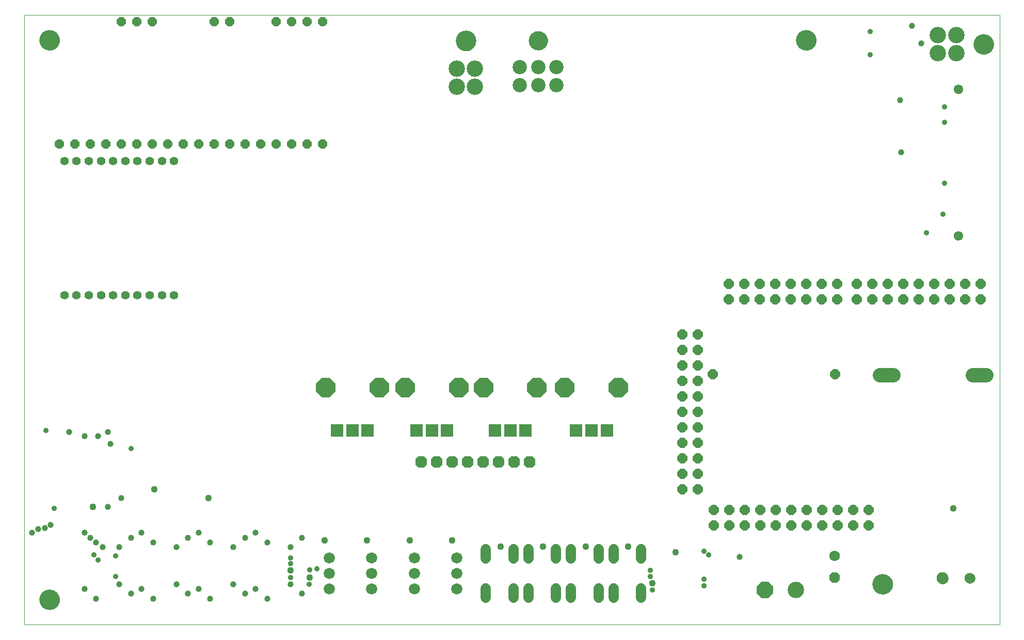
<source format=gbs>
G75*
G70*
%OFA0B0*%
%FSLAX24Y24*%
%IPPOS*%
%LPD*%
%AMOC8*
5,1,8,0,0,1.08239X$1,22.5*
%
%ADD10C,0.0000*%
%ADD11OC8,0.0651*%
%ADD12C,0.0611*%
%ADD13C,0.1060*%
%ADD14C,0.1320*%
%ADD15C,0.0690*%
%ADD16C,0.0769*%
%ADD17C,0.0660*%
%ADD18C,0.0720*%
%ADD19OC8,0.0690*%
%ADD20C,0.0690*%
%ADD21C,0.0945*%
%ADD22OC8,0.1060*%
%ADD23OC8,0.0760*%
%ADD24OC8,0.0591*%
%ADD25C,0.0560*%
%ADD26R,0.0800X0.0800*%
%ADD27OC8,0.1241*%
%ADD28C,0.0920*%
%ADD29C,0.1241*%
%ADD30C,0.0397*%
%ADD31C,0.0436*%
%ADD32C,0.0350*%
D10*
X000750Y000400D02*
X000750Y039770D01*
X063742Y039770D01*
X063742Y000400D01*
X000750Y000400D01*
X001745Y002025D02*
X001747Y002075D01*
X001753Y002125D01*
X001763Y002174D01*
X001777Y002222D01*
X001794Y002269D01*
X001815Y002314D01*
X001840Y002358D01*
X001868Y002399D01*
X001900Y002438D01*
X001934Y002475D01*
X001971Y002509D01*
X002011Y002539D01*
X002053Y002566D01*
X002097Y002590D01*
X002143Y002611D01*
X002190Y002627D01*
X002238Y002640D01*
X002288Y002649D01*
X002337Y002654D01*
X002388Y002655D01*
X002438Y002652D01*
X002487Y002645D01*
X002536Y002634D01*
X002584Y002619D01*
X002630Y002601D01*
X002675Y002579D01*
X002718Y002553D01*
X002759Y002524D01*
X002798Y002492D01*
X002834Y002457D01*
X002866Y002419D01*
X002896Y002379D01*
X002923Y002336D01*
X002946Y002292D01*
X002965Y002246D01*
X002981Y002198D01*
X002993Y002149D01*
X003001Y002100D01*
X003005Y002050D01*
X003005Y002000D01*
X003001Y001950D01*
X002993Y001901D01*
X002981Y001852D01*
X002965Y001804D01*
X002946Y001758D01*
X002923Y001714D01*
X002896Y001671D01*
X002866Y001631D01*
X002834Y001593D01*
X002798Y001558D01*
X002759Y001526D01*
X002718Y001497D01*
X002675Y001471D01*
X002630Y001449D01*
X002584Y001431D01*
X002536Y001416D01*
X002487Y001405D01*
X002438Y001398D01*
X002388Y001395D01*
X002337Y001396D01*
X002288Y001401D01*
X002238Y001410D01*
X002190Y001423D01*
X002143Y001439D01*
X002097Y001460D01*
X002053Y001484D01*
X002011Y001511D01*
X001971Y001541D01*
X001934Y001575D01*
X001900Y001612D01*
X001868Y001651D01*
X001840Y001692D01*
X001815Y001736D01*
X001794Y001781D01*
X001777Y001828D01*
X001763Y001876D01*
X001753Y001925D01*
X001747Y001975D01*
X001745Y002025D01*
X055558Y003025D02*
X055560Y003075D01*
X055566Y003125D01*
X055576Y003174D01*
X055590Y003222D01*
X055607Y003269D01*
X055628Y003314D01*
X055653Y003358D01*
X055681Y003399D01*
X055713Y003438D01*
X055747Y003475D01*
X055784Y003509D01*
X055824Y003539D01*
X055866Y003566D01*
X055910Y003590D01*
X055956Y003611D01*
X056003Y003627D01*
X056051Y003640D01*
X056101Y003649D01*
X056150Y003654D01*
X056201Y003655D01*
X056251Y003652D01*
X056300Y003645D01*
X056349Y003634D01*
X056397Y003619D01*
X056443Y003601D01*
X056488Y003579D01*
X056531Y003553D01*
X056572Y003524D01*
X056611Y003492D01*
X056647Y003457D01*
X056679Y003419D01*
X056709Y003379D01*
X056736Y003336D01*
X056759Y003292D01*
X056778Y003246D01*
X056794Y003198D01*
X056806Y003149D01*
X056814Y003100D01*
X056818Y003050D01*
X056818Y003000D01*
X056814Y002950D01*
X056806Y002901D01*
X056794Y002852D01*
X056778Y002804D01*
X056759Y002758D01*
X056736Y002714D01*
X056709Y002671D01*
X056679Y002631D01*
X056647Y002593D01*
X056611Y002558D01*
X056572Y002526D01*
X056531Y002497D01*
X056488Y002471D01*
X056443Y002449D01*
X056397Y002431D01*
X056349Y002416D01*
X056300Y002405D01*
X056251Y002398D01*
X056201Y002395D01*
X056150Y002396D01*
X056101Y002401D01*
X056051Y002410D01*
X056003Y002423D01*
X055956Y002439D01*
X055910Y002460D01*
X055866Y002484D01*
X055824Y002511D01*
X055784Y002541D01*
X055747Y002575D01*
X055713Y002612D01*
X055681Y002651D01*
X055653Y002692D01*
X055628Y002736D01*
X055607Y002781D01*
X055590Y002828D01*
X055576Y002876D01*
X055566Y002925D01*
X055560Y002975D01*
X055558Y003025D01*
X059687Y003400D02*
X059689Y003437D01*
X059695Y003474D01*
X059704Y003509D01*
X059718Y003544D01*
X059734Y003577D01*
X059755Y003608D01*
X059778Y003637D01*
X059804Y003663D01*
X059833Y003686D01*
X059864Y003707D01*
X059897Y003723D01*
X059932Y003737D01*
X059967Y003746D01*
X060004Y003752D01*
X060041Y003754D01*
X060078Y003752D01*
X060115Y003746D01*
X060150Y003737D01*
X060185Y003723D01*
X060218Y003707D01*
X060249Y003686D01*
X060278Y003663D01*
X060304Y003637D01*
X060327Y003608D01*
X060348Y003577D01*
X060364Y003544D01*
X060378Y003509D01*
X060387Y003474D01*
X060393Y003437D01*
X060395Y003400D01*
X060393Y003363D01*
X060387Y003326D01*
X060378Y003291D01*
X060364Y003256D01*
X060348Y003223D01*
X060327Y003192D01*
X060304Y003163D01*
X060278Y003137D01*
X060249Y003114D01*
X060218Y003093D01*
X060185Y003077D01*
X060150Y003063D01*
X060115Y003054D01*
X060078Y003048D01*
X060041Y003046D01*
X060004Y003048D01*
X059967Y003054D01*
X059932Y003063D01*
X059897Y003077D01*
X059864Y003093D01*
X059833Y003114D01*
X059804Y003137D01*
X059778Y003163D01*
X059755Y003192D01*
X059734Y003223D01*
X059718Y003256D01*
X059704Y003291D01*
X059695Y003326D01*
X059689Y003363D01*
X059687Y003400D01*
X061498Y003400D02*
X061500Y003435D01*
X061506Y003470D01*
X061516Y003504D01*
X061529Y003537D01*
X061546Y003568D01*
X061567Y003596D01*
X061590Y003623D01*
X061617Y003646D01*
X061645Y003667D01*
X061676Y003684D01*
X061709Y003697D01*
X061743Y003707D01*
X061778Y003713D01*
X061813Y003715D01*
X061848Y003713D01*
X061883Y003707D01*
X061917Y003697D01*
X061950Y003684D01*
X061981Y003667D01*
X062009Y003646D01*
X062036Y003623D01*
X062059Y003596D01*
X062080Y003568D01*
X062097Y003537D01*
X062110Y003504D01*
X062120Y003470D01*
X062126Y003435D01*
X062128Y003400D01*
X062126Y003365D01*
X062120Y003330D01*
X062110Y003296D01*
X062097Y003263D01*
X062080Y003232D01*
X062059Y003204D01*
X062036Y003177D01*
X062009Y003154D01*
X061981Y003133D01*
X061950Y003116D01*
X061917Y003103D01*
X061883Y003093D01*
X061848Y003087D01*
X061813Y003085D01*
X061778Y003087D01*
X061743Y003093D01*
X061709Y003103D01*
X061676Y003116D01*
X061645Y003133D01*
X061617Y003154D01*
X061590Y003177D01*
X061567Y003204D01*
X061546Y003232D01*
X061529Y003263D01*
X061516Y003296D01*
X061506Y003330D01*
X061500Y003365D01*
X061498Y003400D01*
X060787Y025527D02*
X060789Y025560D01*
X060795Y025592D01*
X060804Y025623D01*
X060817Y025653D01*
X060834Y025681D01*
X060854Y025707D01*
X060877Y025731D01*
X060902Y025751D01*
X060930Y025769D01*
X060959Y025783D01*
X060990Y025793D01*
X061022Y025800D01*
X061055Y025803D01*
X061088Y025802D01*
X061120Y025797D01*
X061151Y025788D01*
X061182Y025776D01*
X061210Y025760D01*
X061237Y025741D01*
X061261Y025719D01*
X061282Y025694D01*
X061301Y025667D01*
X061316Y025638D01*
X061327Y025608D01*
X061335Y025576D01*
X061339Y025543D01*
X061339Y025511D01*
X061335Y025478D01*
X061327Y025446D01*
X061316Y025416D01*
X061301Y025387D01*
X061282Y025360D01*
X061261Y025335D01*
X061237Y025313D01*
X061210Y025294D01*
X061182Y025278D01*
X061151Y025266D01*
X061120Y025257D01*
X061088Y025252D01*
X061055Y025251D01*
X061022Y025254D01*
X060990Y025261D01*
X060959Y025271D01*
X060930Y025285D01*
X060902Y025303D01*
X060877Y025323D01*
X060854Y025347D01*
X060834Y025373D01*
X060817Y025401D01*
X060804Y025431D01*
X060795Y025462D01*
X060789Y025494D01*
X060787Y025527D01*
X060787Y034976D02*
X060789Y035009D01*
X060795Y035041D01*
X060804Y035072D01*
X060817Y035102D01*
X060834Y035130D01*
X060854Y035156D01*
X060877Y035180D01*
X060902Y035200D01*
X060930Y035218D01*
X060959Y035232D01*
X060990Y035242D01*
X061022Y035249D01*
X061055Y035252D01*
X061088Y035251D01*
X061120Y035246D01*
X061151Y035237D01*
X061182Y035225D01*
X061210Y035209D01*
X061237Y035190D01*
X061261Y035168D01*
X061282Y035143D01*
X061301Y035116D01*
X061316Y035087D01*
X061327Y035057D01*
X061335Y035025D01*
X061339Y034992D01*
X061339Y034960D01*
X061335Y034927D01*
X061327Y034895D01*
X061316Y034865D01*
X061301Y034836D01*
X061282Y034809D01*
X061261Y034784D01*
X061237Y034762D01*
X061210Y034743D01*
X061182Y034727D01*
X061151Y034715D01*
X061120Y034706D01*
X061088Y034701D01*
X061055Y034700D01*
X061022Y034703D01*
X060990Y034710D01*
X060959Y034720D01*
X060930Y034734D01*
X060902Y034752D01*
X060877Y034772D01*
X060854Y034796D01*
X060834Y034822D01*
X060817Y034850D01*
X060804Y034880D01*
X060795Y034911D01*
X060789Y034943D01*
X060787Y034976D01*
X062073Y037891D02*
X062075Y037941D01*
X062081Y037991D01*
X062091Y038040D01*
X062105Y038088D01*
X062122Y038135D01*
X062143Y038180D01*
X062168Y038224D01*
X062196Y038265D01*
X062228Y038304D01*
X062262Y038341D01*
X062299Y038375D01*
X062339Y038405D01*
X062381Y038432D01*
X062425Y038456D01*
X062471Y038477D01*
X062518Y038493D01*
X062566Y038506D01*
X062616Y038515D01*
X062665Y038520D01*
X062716Y038521D01*
X062766Y038518D01*
X062815Y038511D01*
X062864Y038500D01*
X062912Y038485D01*
X062958Y038467D01*
X063003Y038445D01*
X063046Y038419D01*
X063087Y038390D01*
X063126Y038358D01*
X063162Y038323D01*
X063194Y038285D01*
X063224Y038245D01*
X063251Y038202D01*
X063274Y038158D01*
X063293Y038112D01*
X063309Y038064D01*
X063321Y038015D01*
X063329Y037966D01*
X063333Y037916D01*
X063333Y037866D01*
X063329Y037816D01*
X063321Y037767D01*
X063309Y037718D01*
X063293Y037670D01*
X063274Y037624D01*
X063251Y037580D01*
X063224Y037537D01*
X063194Y037497D01*
X063162Y037459D01*
X063126Y037424D01*
X063087Y037392D01*
X063046Y037363D01*
X063003Y037337D01*
X062958Y037315D01*
X062912Y037297D01*
X062864Y037282D01*
X062815Y037271D01*
X062766Y037264D01*
X062716Y037261D01*
X062665Y037262D01*
X062616Y037267D01*
X062566Y037276D01*
X062518Y037289D01*
X062471Y037305D01*
X062425Y037326D01*
X062381Y037350D01*
X062339Y037377D01*
X062299Y037407D01*
X062262Y037441D01*
X062228Y037478D01*
X062196Y037517D01*
X062168Y037558D01*
X062143Y037602D01*
X062122Y037647D01*
X062105Y037694D01*
X062091Y037742D01*
X062081Y037791D01*
X062075Y037841D01*
X062073Y037891D01*
X050620Y038150D02*
X050622Y038200D01*
X050628Y038250D01*
X050638Y038299D01*
X050652Y038347D01*
X050669Y038394D01*
X050690Y038439D01*
X050715Y038483D01*
X050743Y038524D01*
X050775Y038563D01*
X050809Y038600D01*
X050846Y038634D01*
X050886Y038664D01*
X050928Y038691D01*
X050972Y038715D01*
X051018Y038736D01*
X051065Y038752D01*
X051113Y038765D01*
X051163Y038774D01*
X051212Y038779D01*
X051263Y038780D01*
X051313Y038777D01*
X051362Y038770D01*
X051411Y038759D01*
X051459Y038744D01*
X051505Y038726D01*
X051550Y038704D01*
X051593Y038678D01*
X051634Y038649D01*
X051673Y038617D01*
X051709Y038582D01*
X051741Y038544D01*
X051771Y038504D01*
X051798Y038461D01*
X051821Y038417D01*
X051840Y038371D01*
X051856Y038323D01*
X051868Y038274D01*
X051876Y038225D01*
X051880Y038175D01*
X051880Y038125D01*
X051876Y038075D01*
X051868Y038026D01*
X051856Y037977D01*
X051840Y037929D01*
X051821Y037883D01*
X051798Y037839D01*
X051771Y037796D01*
X051741Y037756D01*
X051709Y037718D01*
X051673Y037683D01*
X051634Y037651D01*
X051593Y037622D01*
X051550Y037596D01*
X051505Y037574D01*
X051459Y037556D01*
X051411Y037541D01*
X051362Y037530D01*
X051313Y037523D01*
X051263Y037520D01*
X051212Y037521D01*
X051163Y037526D01*
X051113Y037535D01*
X051065Y037548D01*
X051018Y037564D01*
X050972Y037585D01*
X050928Y037609D01*
X050886Y037636D01*
X050846Y037666D01*
X050809Y037700D01*
X050775Y037737D01*
X050743Y037776D01*
X050715Y037817D01*
X050690Y037861D01*
X050669Y037906D01*
X050652Y037953D01*
X050638Y038001D01*
X050628Y038050D01*
X050622Y038100D01*
X050620Y038150D01*
X033347Y038121D02*
X033349Y038169D01*
X033355Y038217D01*
X033365Y038264D01*
X033378Y038310D01*
X033396Y038355D01*
X033416Y038399D01*
X033441Y038441D01*
X033469Y038480D01*
X033499Y038517D01*
X033533Y038551D01*
X033570Y038583D01*
X033608Y038612D01*
X033649Y038637D01*
X033692Y038659D01*
X033737Y038677D01*
X033783Y038691D01*
X033830Y038702D01*
X033878Y038709D01*
X033926Y038712D01*
X033974Y038711D01*
X034022Y038706D01*
X034070Y038697D01*
X034116Y038685D01*
X034161Y038668D01*
X034205Y038648D01*
X034247Y038625D01*
X034287Y038598D01*
X034325Y038568D01*
X034360Y038535D01*
X034392Y038499D01*
X034422Y038461D01*
X034448Y038420D01*
X034470Y038377D01*
X034490Y038333D01*
X034505Y038288D01*
X034517Y038241D01*
X034525Y038193D01*
X034529Y038145D01*
X034529Y038097D01*
X034525Y038049D01*
X034517Y038001D01*
X034505Y037954D01*
X034490Y037909D01*
X034470Y037865D01*
X034448Y037822D01*
X034422Y037781D01*
X034392Y037743D01*
X034360Y037707D01*
X034325Y037674D01*
X034287Y037644D01*
X034247Y037617D01*
X034205Y037594D01*
X034161Y037574D01*
X034116Y037557D01*
X034070Y037545D01*
X034022Y037536D01*
X033974Y037531D01*
X033926Y037530D01*
X033878Y037533D01*
X033830Y037540D01*
X033783Y037551D01*
X033737Y037565D01*
X033692Y037583D01*
X033649Y037605D01*
X033608Y037630D01*
X033570Y037659D01*
X033533Y037691D01*
X033499Y037725D01*
X033469Y037762D01*
X033441Y037801D01*
X033416Y037843D01*
X033396Y037887D01*
X033378Y037932D01*
X033365Y037978D01*
X033355Y038025D01*
X033349Y038073D01*
X033347Y038121D01*
X028629Y038103D02*
X028631Y038153D01*
X028637Y038203D01*
X028647Y038252D01*
X028661Y038300D01*
X028678Y038347D01*
X028699Y038392D01*
X028724Y038436D01*
X028752Y038477D01*
X028784Y038516D01*
X028818Y038553D01*
X028855Y038587D01*
X028895Y038617D01*
X028937Y038644D01*
X028981Y038668D01*
X029027Y038689D01*
X029074Y038705D01*
X029122Y038718D01*
X029172Y038727D01*
X029221Y038732D01*
X029272Y038733D01*
X029322Y038730D01*
X029371Y038723D01*
X029420Y038712D01*
X029468Y038697D01*
X029514Y038679D01*
X029559Y038657D01*
X029602Y038631D01*
X029643Y038602D01*
X029682Y038570D01*
X029718Y038535D01*
X029750Y038497D01*
X029780Y038457D01*
X029807Y038414D01*
X029830Y038370D01*
X029849Y038324D01*
X029865Y038276D01*
X029877Y038227D01*
X029885Y038178D01*
X029889Y038128D01*
X029889Y038078D01*
X029885Y038028D01*
X029877Y037979D01*
X029865Y037930D01*
X029849Y037882D01*
X029830Y037836D01*
X029807Y037792D01*
X029780Y037749D01*
X029750Y037709D01*
X029718Y037671D01*
X029682Y037636D01*
X029643Y037604D01*
X029602Y037575D01*
X029559Y037549D01*
X029514Y037527D01*
X029468Y037509D01*
X029420Y037494D01*
X029371Y037483D01*
X029322Y037476D01*
X029272Y037473D01*
X029221Y037474D01*
X029172Y037479D01*
X029122Y037488D01*
X029074Y037501D01*
X029027Y037517D01*
X028981Y037538D01*
X028937Y037562D01*
X028895Y037589D01*
X028855Y037619D01*
X028818Y037653D01*
X028784Y037690D01*
X028752Y037729D01*
X028724Y037770D01*
X028699Y037814D01*
X028678Y037859D01*
X028661Y037906D01*
X028647Y037954D01*
X028637Y038003D01*
X028631Y038053D01*
X028629Y038103D01*
X001745Y038150D02*
X001747Y038200D01*
X001753Y038250D01*
X001763Y038299D01*
X001777Y038347D01*
X001794Y038394D01*
X001815Y038439D01*
X001840Y038483D01*
X001868Y038524D01*
X001900Y038563D01*
X001934Y038600D01*
X001971Y038634D01*
X002011Y038664D01*
X002053Y038691D01*
X002097Y038715D01*
X002143Y038736D01*
X002190Y038752D01*
X002238Y038765D01*
X002288Y038774D01*
X002337Y038779D01*
X002388Y038780D01*
X002438Y038777D01*
X002487Y038770D01*
X002536Y038759D01*
X002584Y038744D01*
X002630Y038726D01*
X002675Y038704D01*
X002718Y038678D01*
X002759Y038649D01*
X002798Y038617D01*
X002834Y038582D01*
X002866Y038544D01*
X002896Y038504D01*
X002923Y038461D01*
X002946Y038417D01*
X002965Y038371D01*
X002981Y038323D01*
X002993Y038274D01*
X003001Y038225D01*
X003005Y038175D01*
X003005Y038125D01*
X003001Y038075D01*
X002993Y038026D01*
X002981Y037977D01*
X002965Y037929D01*
X002946Y037883D01*
X002923Y037839D01*
X002896Y037796D01*
X002866Y037756D01*
X002834Y037718D01*
X002798Y037683D01*
X002759Y037651D01*
X002718Y037622D01*
X002675Y037596D01*
X002630Y037574D01*
X002584Y037556D01*
X002536Y037541D01*
X002487Y037530D01*
X002438Y037523D01*
X002388Y037520D01*
X002337Y037521D01*
X002288Y037526D01*
X002238Y037535D01*
X002190Y037548D01*
X002143Y037564D01*
X002097Y037585D01*
X002053Y037609D01*
X002011Y037636D01*
X001971Y037666D01*
X001934Y037700D01*
X001900Y037737D01*
X001868Y037776D01*
X001840Y037817D01*
X001815Y037861D01*
X001794Y037906D01*
X001777Y037953D01*
X001763Y038001D01*
X001753Y038050D01*
X001747Y038100D01*
X001745Y038150D01*
D11*
X043250Y019150D03*
X043250Y018150D03*
X044250Y018150D03*
X044250Y019150D03*
X044250Y017150D03*
X045223Y016575D03*
X044250Y016150D03*
X044250Y015150D03*
X043250Y015150D03*
X043250Y016150D03*
X043250Y017150D03*
X043250Y014150D03*
X043250Y013150D03*
X044250Y013150D03*
X044250Y014150D03*
X044250Y012150D03*
X044250Y011150D03*
X043250Y011150D03*
X043250Y012150D03*
X043250Y010150D03*
X043250Y009150D03*
X044250Y009150D03*
X044250Y010150D03*
X045288Y007813D03*
X046288Y007813D03*
X047288Y007813D03*
X048288Y007813D03*
X049288Y007813D03*
X050288Y007813D03*
X051288Y007813D03*
X052288Y007813D03*
X053288Y007813D03*
X054288Y007813D03*
X055288Y007813D03*
X055288Y006813D03*
X054288Y006813D03*
X053288Y006813D03*
X052288Y006813D03*
X051288Y006813D03*
X050288Y006813D03*
X049288Y006813D03*
X048288Y006813D03*
X047288Y006813D03*
X046288Y006813D03*
X045288Y006813D03*
X053097Y016575D03*
X053244Y021427D03*
X052244Y021427D03*
X052244Y022427D03*
X053244Y022427D03*
X054500Y022425D03*
X055500Y022425D03*
X055500Y021425D03*
X054500Y021425D03*
X056500Y021425D03*
X057500Y021425D03*
X057500Y022425D03*
X056500Y022425D03*
X058500Y022425D03*
X059500Y022425D03*
X059500Y021425D03*
X058500Y021425D03*
X060500Y021425D03*
X061500Y021425D03*
X061500Y022425D03*
X060500Y022425D03*
X062500Y022425D03*
X062500Y021425D03*
X051244Y021427D03*
X050244Y021427D03*
X050244Y022427D03*
X051244Y022427D03*
X049244Y022427D03*
X048244Y022427D03*
X047244Y022427D03*
X046244Y022427D03*
X046244Y021427D03*
X047244Y021427D03*
X048244Y021427D03*
X049244Y021427D03*
D12*
X061063Y025527D03*
X061063Y034976D03*
D13*
X060931Y037300D03*
X059750Y037300D03*
X059750Y038481D03*
X060931Y038481D03*
X029850Y036331D03*
X028669Y036331D03*
X028669Y035150D03*
X029850Y035150D03*
X050563Y002650D03*
D14*
X056188Y003025D03*
X002375Y002025D03*
X002375Y038150D03*
X029259Y038103D03*
X051250Y038150D03*
X062703Y037891D03*
D15*
X061813Y003400D03*
D16*
X060041Y003400D03*
D17*
X040578Y002733D02*
X040578Y002133D01*
X038798Y002133D02*
X038798Y002733D01*
X037828Y002733D02*
X037828Y002133D01*
X036048Y002133D02*
X036048Y002733D01*
X035078Y002733D02*
X035078Y002133D01*
X033298Y002133D02*
X033298Y002733D01*
X032328Y002733D02*
X032328Y002133D01*
X030548Y002133D02*
X030548Y002733D01*
X030548Y004693D02*
X030548Y005293D01*
X032328Y005293D02*
X032328Y004693D01*
X033298Y004693D02*
X033298Y005293D01*
X035078Y005293D02*
X035078Y004693D01*
X036048Y004693D02*
X036048Y005293D01*
X037828Y005293D02*
X037828Y004693D01*
X038798Y004693D02*
X038798Y005293D01*
X040578Y005293D02*
X040578Y004693D01*
D18*
X028688Y004713D03*
X028688Y003713D03*
X028688Y002713D03*
X025938Y002713D03*
X025938Y003713D03*
X025938Y004713D03*
X023188Y004713D03*
X023188Y003713D03*
X023188Y002713D03*
X020438Y002713D03*
X020438Y003713D03*
X020438Y004713D03*
D19*
X053063Y003450D03*
D20*
X053063Y004850D03*
D21*
X055995Y016525D02*
X056880Y016525D01*
X061995Y016525D02*
X062880Y016525D01*
D22*
X048563Y002650D03*
D23*
X033375Y010900D03*
X032375Y010900D03*
X031375Y010900D03*
X030375Y010900D03*
X029375Y010900D03*
X028375Y010900D03*
X027375Y010900D03*
X026375Y010900D03*
D24*
X020000Y031463D03*
X019000Y031463D03*
X018000Y031463D03*
X017000Y031463D03*
X016000Y031463D03*
X015000Y031463D03*
X014000Y031463D03*
X013000Y031463D03*
X012000Y031463D03*
X011000Y031463D03*
X010000Y031463D03*
X009000Y031463D03*
X008000Y031463D03*
X007000Y031463D03*
X006000Y031463D03*
X005000Y031463D03*
X004000Y031463D03*
X003000Y031463D03*
X007000Y039338D03*
X008000Y039338D03*
X009000Y039338D03*
X013000Y039338D03*
X014000Y039338D03*
X017000Y039338D03*
X018000Y039338D03*
X019000Y039338D03*
X020000Y039338D03*
D25*
X010418Y030356D03*
X009631Y030356D03*
X008844Y030356D03*
X008056Y030356D03*
X007269Y030356D03*
X006481Y030356D03*
X005694Y030356D03*
X004906Y030356D03*
X004119Y030356D03*
X003332Y030356D03*
X003332Y021694D03*
X004119Y021694D03*
X004906Y021694D03*
X005694Y021694D03*
X006481Y021694D03*
X007269Y021694D03*
X008056Y021694D03*
X008844Y021694D03*
X009631Y021694D03*
X010418Y021694D03*
D26*
X020953Y012957D03*
X021938Y012957D03*
X022922Y012957D03*
X026078Y012957D03*
X027063Y012957D03*
X028047Y012957D03*
X031141Y012957D03*
X032125Y012957D03*
X033109Y012957D03*
X036391Y012957D03*
X037375Y012957D03*
X038359Y012957D03*
D27*
X039107Y015713D03*
X035643Y015713D03*
X033857Y015713D03*
X030393Y015713D03*
X028795Y015713D03*
X025330Y015713D03*
X023670Y015713D03*
X020205Y015713D03*
D28*
X032756Y035247D03*
X033938Y035247D03*
X035119Y035247D03*
X035119Y036428D03*
X033938Y036428D03*
X032756Y036428D03*
D29*
X033938Y038121D03*
D30*
X057313Y034275D03*
X057375Y030900D03*
X058688Y037963D03*
X058063Y039088D03*
X007000Y008588D03*
X006125Y008025D03*
X004625Y006338D03*
X005000Y006025D03*
X005375Y005713D03*
X005813Y005400D03*
X006875Y005400D03*
X007625Y006025D03*
X008313Y006338D03*
X009063Y005713D03*
X010563Y005400D03*
X011313Y006025D03*
X012000Y006338D03*
X012750Y005713D03*
X014250Y005400D03*
X015000Y006025D03*
X015688Y006338D03*
X016438Y005713D03*
X017938Y005400D03*
X018688Y006025D03*
X017938Y003025D03*
X018688Y002400D03*
X016438Y002088D03*
X015688Y002713D03*
X015000Y002400D03*
X014250Y003025D03*
X012750Y002088D03*
X012000Y002713D03*
X011313Y002400D03*
X010563Y003025D03*
X009063Y002088D03*
X008313Y002713D03*
X007625Y002400D03*
X006875Y003025D03*
X005375Y002088D03*
X004625Y002713D03*
X001250Y006338D03*
X001625Y006588D03*
X002063Y006650D03*
X002438Y006838D03*
X006313Y012088D03*
X005500Y012588D03*
X006125Y012838D03*
X004625Y012588D03*
X003625Y012838D03*
X046938Y004775D03*
D31*
X042813Y005088D03*
X041313Y003088D03*
X039750Y005463D03*
X037000Y005463D03*
X034250Y005463D03*
X031500Y005463D03*
X028375Y005838D03*
X025625Y005838D03*
X022875Y005838D03*
X020125Y005838D03*
X017938Y003900D03*
X019188Y003463D03*
X012625Y008588D03*
X009125Y009150D03*
X005188Y008025D03*
X060750Y007900D03*
D32*
X044938Y004900D03*
X044625Y005150D03*
X044625Y003338D03*
X044625Y002900D03*
X041313Y002650D03*
X041188Y003525D03*
X041188Y003900D03*
X019625Y004025D03*
X019188Y003963D03*
X019125Y003025D03*
X017938Y003463D03*
X017938Y004338D03*
X017938Y004713D03*
X006625Y004838D03*
X005500Y004588D03*
X005250Y004900D03*
X006625Y003525D03*
X002688Y007900D03*
X007625Y011775D03*
X002125Y012963D03*
X055375Y037213D03*
X055375Y038713D03*
X060188Y033838D03*
X060188Y032838D03*
X060188Y028900D03*
X060063Y026900D03*
X059000Y025713D03*
M02*

</source>
